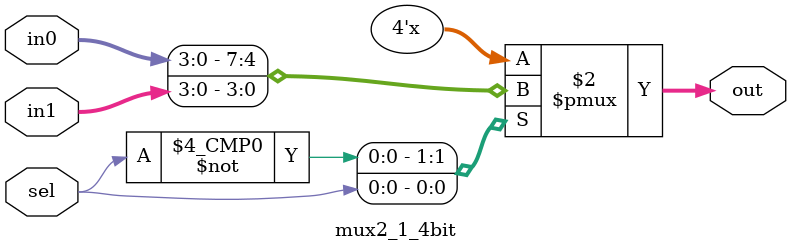
<source format=v>
module mux2_1_9bit(
  input [8:0] in0,in1,
  input sel,
  output reg [8:0]out
);

always @(*) begin
  case (sel)
    0: out <= in0;
    1: out <= in1;
    default: out <= 0;
  endcase
end

endmodule

module mux2_1_4bit(
  input [3:0] in0,in1,
  input sel,
  output reg [3:0]out
);

always @(*) begin
  case (sel)
    0: out <= in0;
    1: out <= in1;
    default: out <= 0;
  endcase
end

endmodule

</source>
